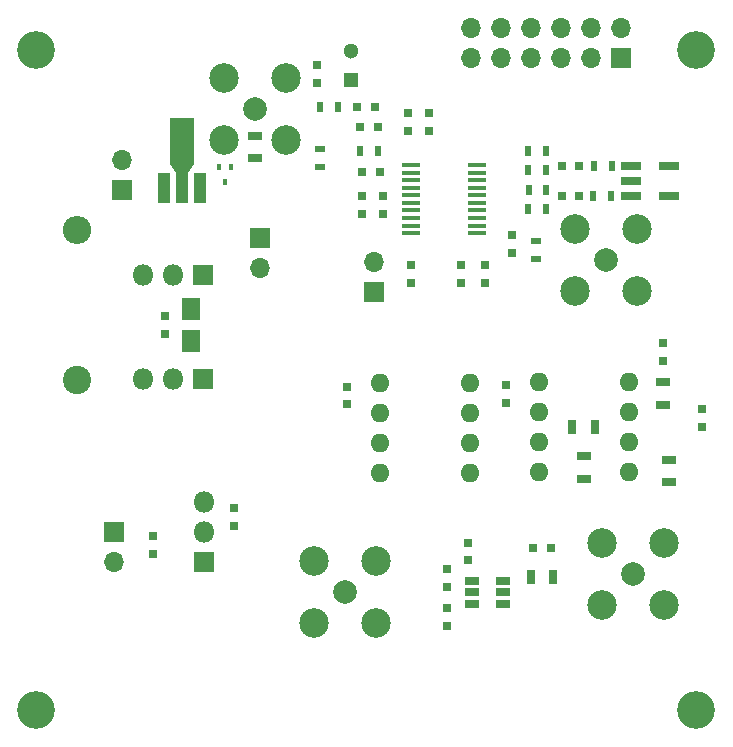
<source format=gbr>
G04 #@! TF.FileFunction,Soldermask,Top*
%FSLAX46Y46*%
G04 Gerber Fmt 4.6, Leading zero omitted, Abs format (unit mm)*
G04 Created by KiCad (PCBNEW 4.0.6) date Friday, June 16, 2017 'PMt' 04:10:38 PM*
%MOMM*%
%LPD*%
G01*
G04 APERTURE LIST*
%ADD10C,0.100000*%
%ADD11C,3.200000*%
%ADD12R,1.300000X0.700000*%
%ADD13R,0.750000X0.800000*%
%ADD14R,1.300000X1.300000*%
%ADD15C,1.300000*%
%ADD16R,1.000760X2.501900*%
%ADD17R,1.998980X4.000500*%
%ADD18R,0.400000X0.510000*%
%ADD19R,1.700000X1.700000*%
%ADD20O,1.700000X1.700000*%
%ADD21R,0.800000X0.750000*%
%ADD22R,0.500000X0.900000*%
%ADD23R,0.900000X0.500000*%
%ADD24R,1.800000X1.800000*%
%ADD25O,1.800000X1.800000*%
%ADD26C,2.400000*%
%ADD27O,2.400000X2.400000*%
%ADD28R,0.700000X1.300000*%
%ADD29R,1.220000X0.650000*%
%ADD30R,1.524000X0.380000*%
%ADD31O,1.600000X1.600000*%
%ADD32R,1.651000X0.762000*%
%ADD33R,1.500000X1.950000*%
%ADD34C,1.998980*%
%ADD35C,2.500000*%
G04 APERTURE END LIST*
D10*
D11*
X118110000Y-110490000D03*
X173990000Y-110490000D03*
X173990000Y-54610000D03*
D12*
X136657000Y-61854000D03*
X136657000Y-63754000D03*
D13*
X141859000Y-57392000D03*
X141859000Y-55892000D03*
D14*
X144780000Y-57150000D03*
D15*
X144780000Y-54650000D03*
D16*
X128927860Y-66233040D03*
X130429000Y-66233040D03*
X131930140Y-66233040D03*
D17*
X130429000Y-62280800D03*
D10*
G36*
X131429760Y-64255650D02*
X130929380Y-65004950D01*
X129928620Y-65004950D01*
X129428240Y-64255650D01*
X131429760Y-64255650D01*
X131429760Y-64255650D01*
G37*
D18*
X134612000Y-64501000D03*
X133612000Y-64501000D03*
X134112000Y-65801000D03*
D19*
X125349000Y-66421000D03*
D20*
X125349000Y-63881000D03*
D13*
X129032000Y-78601000D03*
X129032000Y-77101000D03*
X128016000Y-97270000D03*
X128016000Y-95770000D03*
X134874000Y-93357000D03*
X134874000Y-94857000D03*
X144399000Y-84582000D03*
X144399000Y-83082000D03*
X157861000Y-84431000D03*
X157861000Y-82931000D03*
X174498000Y-86475000D03*
X174498000Y-84975000D03*
X171196000Y-80887000D03*
X171196000Y-79387000D03*
D21*
X147181000Y-64897000D03*
X145681000Y-64897000D03*
X162584000Y-64389000D03*
X164084000Y-64389000D03*
D13*
X145669000Y-66941000D03*
X145669000Y-68441000D03*
X147447000Y-66941000D03*
X147447000Y-68441000D03*
D21*
X162584000Y-66929000D03*
X164084000Y-66929000D03*
D13*
X158369000Y-70243000D03*
X158369000Y-71743000D03*
X156083000Y-72795000D03*
X156083000Y-74295000D03*
X149860000Y-72771000D03*
X149860000Y-74271000D03*
X154051000Y-72783000D03*
X154051000Y-74283000D03*
X152908000Y-103354000D03*
X152908000Y-101854000D03*
X152908000Y-100064000D03*
X152908000Y-98564000D03*
D21*
X161659000Y-96774000D03*
X160159000Y-96774000D03*
D13*
X154686000Y-97790000D03*
X154686000Y-96290000D03*
D21*
X147054000Y-61087000D03*
X145554000Y-61087000D03*
X145300000Y-59436000D03*
X146800000Y-59436000D03*
D13*
X151384000Y-59956000D03*
X151384000Y-61456000D03*
X149606000Y-61456000D03*
X149606000Y-59956000D03*
D22*
X142125000Y-59436000D03*
X143625000Y-59436000D03*
X145554000Y-63119000D03*
X147054000Y-63119000D03*
X159778000Y-63119000D03*
X161278000Y-63119000D03*
X159778000Y-68072000D03*
X161278000Y-68072000D03*
D23*
X160401000Y-70751000D03*
X160401000Y-72251000D03*
D19*
X124714000Y-95377000D03*
D20*
X124714000Y-97917000D03*
D19*
X137033000Y-70485000D03*
D20*
X137033000Y-73025000D03*
D19*
X146685000Y-75057000D03*
D20*
X146685000Y-72517000D03*
D24*
X132207000Y-82423000D03*
D25*
X129667000Y-82423000D03*
X127127000Y-82423000D03*
D24*
X132207000Y-73660000D03*
D25*
X129667000Y-73660000D03*
X127127000Y-73660000D03*
D26*
X121539000Y-82550000D03*
D27*
X121539000Y-69850000D03*
D28*
X163500038Y-86531340D03*
X165400038Y-86531340D03*
D12*
X164465000Y-88966000D03*
X164465000Y-90866000D03*
X171196000Y-84621340D03*
X171196000Y-82721340D03*
D22*
X165354000Y-64389000D03*
X166854000Y-64389000D03*
D12*
X171704000Y-91181000D03*
X171704000Y-89281000D03*
D22*
X161278000Y-64770000D03*
X159778000Y-64770000D03*
X161290000Y-66421000D03*
X159790000Y-66421000D03*
X165239000Y-66929000D03*
X166739000Y-66929000D03*
D28*
X159959000Y-99187000D03*
X161859000Y-99187000D03*
D23*
X142113000Y-63004000D03*
X142113000Y-64504000D03*
D24*
X132334000Y-97917000D03*
D25*
X132334000Y-95377000D03*
X132334000Y-92837000D03*
D29*
X157607000Y-101455124D03*
X157607000Y-100505124D03*
X157607000Y-99555124D03*
X154987000Y-99555124D03*
X154987000Y-100505124D03*
X154987000Y-101455124D03*
D30*
X149859000Y-64325500D03*
X155449000Y-64325500D03*
X149859000Y-64965500D03*
X155449000Y-64965500D03*
X149859000Y-65605500D03*
X155449000Y-65605500D03*
X149859000Y-66245500D03*
X155449000Y-66245500D03*
X149859000Y-66885500D03*
X155449000Y-66885500D03*
X149859000Y-67525500D03*
X155449000Y-67525500D03*
X149859000Y-68165500D03*
X155449000Y-68165500D03*
X149859000Y-68805500D03*
X155449000Y-68805500D03*
X149859000Y-69445500D03*
X155449000Y-69445500D03*
X149859000Y-70085500D03*
X155449000Y-70085500D03*
D11*
X118110000Y-54610000D03*
D31*
X168260038Y-82721340D03*
X168260038Y-85261340D03*
X168260038Y-87801340D03*
X168260038Y-90341340D03*
X160640038Y-90341340D03*
X160640038Y-87801340D03*
X160640038Y-85261340D03*
X160640038Y-82721340D03*
X154813000Y-82804000D03*
X154813000Y-85344000D03*
X154813000Y-87884000D03*
X154813000Y-90424000D03*
X147193000Y-90424000D03*
X147193000Y-87884000D03*
X147193000Y-85344000D03*
X147193000Y-82804000D03*
D32*
X171640500Y-64389000D03*
X168465500Y-64389000D03*
X168465500Y-65659000D03*
X171640500Y-66929000D03*
X168465500Y-66929000D03*
D19*
X167640000Y-55245000D03*
D20*
X167640000Y-52705000D03*
X165100000Y-55245000D03*
X165100000Y-52705000D03*
X162560000Y-55245000D03*
X162560000Y-52705000D03*
X160020000Y-55245000D03*
X160020000Y-52705000D03*
X157480000Y-55245000D03*
X157480000Y-52705000D03*
X154940000Y-55245000D03*
X154940000Y-52705000D03*
D33*
X131191000Y-79226000D03*
X131191000Y-76476000D03*
D34*
X136652000Y-59563000D03*
D35*
X139277000Y-56938000D03*
X139277000Y-62188000D03*
X134027000Y-56938000D03*
X134027000Y-62188000D03*
D34*
X144272000Y-100457000D03*
D35*
X146897000Y-103082000D03*
X141647000Y-103082000D03*
X146897000Y-97832000D03*
X141647000Y-97832000D03*
D34*
X166370000Y-72390000D03*
D35*
X168995000Y-75015000D03*
X163745000Y-75015000D03*
X168995000Y-69765000D03*
X163745000Y-69765000D03*
D34*
X168656000Y-98933000D03*
D35*
X171281000Y-101558000D03*
X166031000Y-101558000D03*
X171281000Y-96308000D03*
X166031000Y-96308000D03*
M02*

</source>
